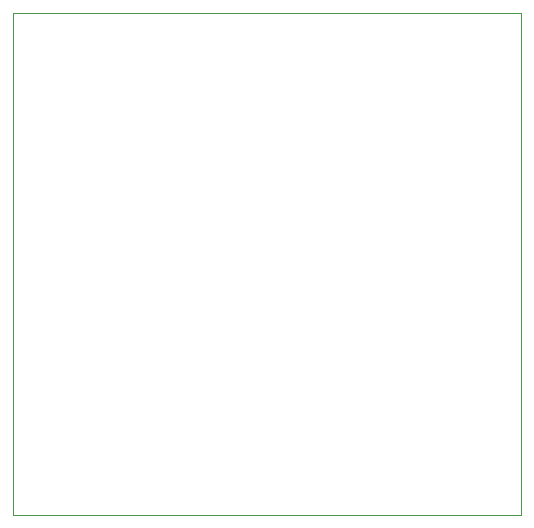
<source format=gbr>
G04 #@! TF.GenerationSoftware,KiCad,Pcbnew,(5.1.0)-1*
G04 #@! TF.CreationDate,2019-04-02T00:44:41+02:00*
G04 #@! TF.ProjectId,USB_UART_Dongle,5553425f-5541-4525-945f-446f6e676c65,rev?*
G04 #@! TF.SameCoordinates,Original*
G04 #@! TF.FileFunction,Profile,NP*
%FSLAX46Y46*%
G04 Gerber Fmt 4.6, Leading zero omitted, Abs format (unit mm)*
G04 Created by KiCad (PCBNEW (5.1.0)-1) date 2019-04-02 00:44:41*
%MOMM*%
%LPD*%
G04 APERTURE LIST*
%ADD10C,0.050000*%
G04 APERTURE END LIST*
D10*
X167000000Y-75000000D02*
X124000000Y-75000000D01*
X167000000Y-117500000D02*
X167000000Y-75000000D01*
X124000000Y-117500000D02*
X167000000Y-117500000D01*
X124000000Y-75000000D02*
X124000000Y-117500000D01*
M02*

</source>
